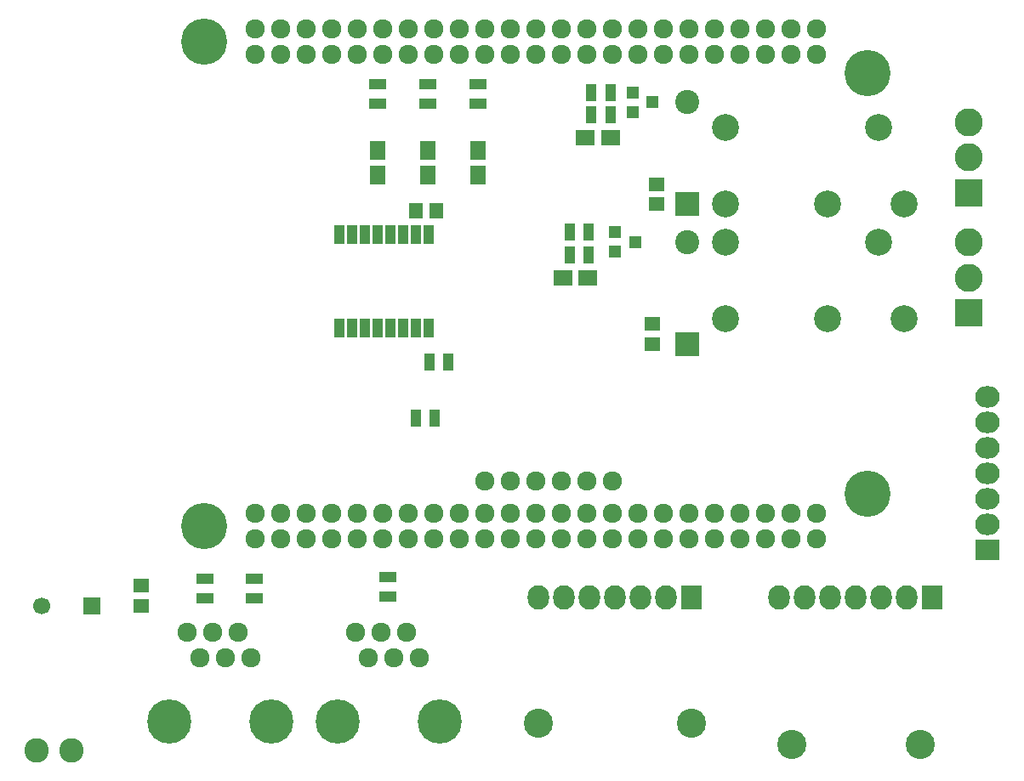
<source format=gts>
G04 #@! TF.FileFunction,Soldermask,Top*
%FSLAX46Y46*%
G04 Gerber Fmt 4.6, Leading zero omitted, Abs format (unit mm)*
G04 Created by KiCad (PCBNEW 4.0.2-stable) date 8/22/2016 2:14:48 PM*
%MOMM*%
G01*
G04 APERTURE LIST*
%ADD10C,0.100000*%
%ADD11C,2.686000*%
%ADD12R,1.700000X1.100000*%
%ADD13R,1.000000X1.900000*%
%ADD14R,2.127200X2.432000*%
%ADD15O,2.127200X2.432000*%
%ADD16C,2.800000*%
%ADD17R,2.800000X2.800000*%
%ADD18R,1.700000X1.700000*%
%ADD19C,1.700000*%
%ADD20R,1.400000X1.650000*%
%ADD21R,1.650000X1.400000*%
%ADD22C,2.398980*%
%ADD23R,2.398980X2.398980*%
%ADD24C,2.432000*%
%ADD25R,1.200100X1.200100*%
%ADD26R,1.100000X1.700000*%
%ADD27C,2.900000*%
%ADD28R,1.650000X1.900000*%
%ADD29R,1.900000X1.650000*%
%ADD30C,1.924000*%
%ADD31C,4.400000*%
%ADD32C,4.591000*%
%ADD33R,2.432000X2.127200*%
%ADD34O,2.432000X2.127200*%
G04 APERTURE END LIST*
D10*
D11*
X114610000Y-84180000D03*
X124770000Y-91800000D03*
X132390000Y-91800000D03*
X129850000Y-84180000D03*
X114610000Y-91800000D03*
D12*
X62800000Y-131050000D03*
X62800000Y-129150000D03*
X67700000Y-131050000D03*
X67700000Y-129150000D03*
X85000000Y-79850000D03*
X85000000Y-81750000D03*
D13*
X85090000Y-94840000D03*
X83820000Y-94840000D03*
X82550000Y-94840000D03*
X81280000Y-94840000D03*
X80010000Y-94840000D03*
X78740000Y-94840000D03*
X77470000Y-94840000D03*
X76200000Y-94840000D03*
X76200000Y-104140000D03*
X77470000Y-104140000D03*
X78740000Y-104140000D03*
X80010000Y-104140000D03*
X81280000Y-104140000D03*
X82550000Y-104140000D03*
X83820000Y-104140000D03*
X85090000Y-104140000D03*
D12*
X81000000Y-130850000D03*
X81000000Y-128950000D03*
D11*
X114610000Y-95550000D03*
X124770000Y-103170000D03*
X132390000Y-103170000D03*
X129850000Y-95550000D03*
X114610000Y-103170000D03*
D14*
X111240000Y-131000000D03*
D15*
X108700000Y-131000000D03*
X106160000Y-131000000D03*
X103620000Y-131000000D03*
X101080000Y-131000000D03*
X98540000Y-131000000D03*
X96000000Y-131000000D03*
D14*
X135240000Y-131000000D03*
D15*
X132700000Y-131000000D03*
X130160000Y-131000000D03*
X127620000Y-131000000D03*
X125080000Y-131000000D03*
X122540000Y-131000000D03*
X120000000Y-131000000D03*
D16*
X138820000Y-99120000D03*
X138820000Y-95620000D03*
D17*
X138820000Y-102620000D03*
D16*
X138820000Y-87130000D03*
X138820000Y-83630000D03*
D17*
X138820000Y-90630000D03*
D18*
X51580000Y-131820000D03*
D19*
X46580000Y-131820000D03*
D20*
X83830000Y-92430000D03*
X85830000Y-92430000D03*
D21*
X107390000Y-105730000D03*
X107390000Y-103730000D03*
X107790000Y-91810000D03*
X107790000Y-89810000D03*
D22*
X110827460Y-81650000D03*
D23*
X110827460Y-91810000D03*
D22*
X110827460Y-95560000D03*
D23*
X110827460Y-105720000D03*
D24*
X49557580Y-146190000D03*
X46060000Y-146190000D03*
D25*
X105369240Y-80690000D03*
X105369240Y-82590000D03*
X107368220Y-81640000D03*
X103629240Y-94600000D03*
X103629240Y-96500000D03*
X105628220Y-95550000D03*
D12*
X80000000Y-79850000D03*
X80000000Y-81750000D03*
X90000000Y-79850000D03*
X90000000Y-81750000D03*
D26*
X101280000Y-80690000D03*
X103180000Y-80690000D03*
X101280000Y-82910000D03*
X103180000Y-82910000D03*
X83810000Y-113110000D03*
X85710000Y-113110000D03*
X99110000Y-94590000D03*
X101010000Y-94590000D03*
X99110000Y-96810000D03*
X101010000Y-96810000D03*
X85130000Y-107490000D03*
X87030000Y-107490000D03*
D27*
X96000000Y-143500000D03*
X111240000Y-143500000D03*
X121240000Y-145600000D03*
X134000000Y-145600000D03*
D21*
X56440000Y-131820000D03*
X56440000Y-129820000D03*
D28*
X85000000Y-88900000D03*
X85000000Y-86400000D03*
X80010000Y-88900000D03*
X80010000Y-86400000D03*
X90000000Y-88900000D03*
X90000000Y-86400000D03*
D29*
X98460000Y-99140000D03*
X100960000Y-99140000D03*
X100680000Y-85160000D03*
X103180000Y-85160000D03*
D30*
X81608000Y-136980000D03*
X79068000Y-136980000D03*
X84148000Y-136980000D03*
X77798000Y-134440000D03*
X80338000Y-134440000D03*
X82878000Y-134440000D03*
D31*
X86180000Y-143330000D03*
X76020000Y-143330000D03*
D30*
X64878000Y-136980000D03*
X62338000Y-136980000D03*
X67418000Y-136980000D03*
X61068000Y-134440000D03*
X63608000Y-134440000D03*
X66148000Y-134440000D03*
D31*
X69450000Y-143330000D03*
X59290000Y-143330000D03*
D30*
X67785000Y-76835000D03*
X67785000Y-74295000D03*
X70325000Y-76835000D03*
X70325000Y-74295000D03*
X72865000Y-76835000D03*
X72865000Y-74295000D03*
X75405000Y-76835000D03*
X75405000Y-74295000D03*
X77945000Y-76835000D03*
X77945000Y-74295000D03*
X80485000Y-76835000D03*
X80485000Y-74295000D03*
X83025000Y-76835000D03*
X83025000Y-74295000D03*
X85565000Y-76835000D03*
X85565000Y-74295000D03*
X88105000Y-76835000D03*
X88105000Y-74295000D03*
X90645000Y-76835000D03*
X90645000Y-74295000D03*
X93185000Y-76835000D03*
X93185000Y-74295000D03*
X95725000Y-76835000D03*
X95725000Y-74295000D03*
X98265000Y-76835000D03*
X98265000Y-74295000D03*
X100805000Y-76835000D03*
X100805000Y-74295000D03*
X103345000Y-76835000D03*
X103345000Y-74295000D03*
X105885000Y-76835000D03*
X105885000Y-74295000D03*
X108425000Y-76835000D03*
X108425000Y-74295000D03*
X110965000Y-76835000D03*
X110965000Y-74295000D03*
X113505000Y-76835000D03*
X113505000Y-74295000D03*
X116045000Y-76835000D03*
X116045000Y-74295000D03*
X118585000Y-76835000D03*
X118585000Y-74295000D03*
X121125000Y-76835000D03*
X121125000Y-74295000D03*
X123665000Y-76835000D03*
X123665000Y-74295000D03*
X67785000Y-125095000D03*
X67785000Y-122555000D03*
X70325000Y-125095000D03*
X70325000Y-122555000D03*
X72865000Y-125095000D03*
X72865000Y-122555000D03*
X75405000Y-125095000D03*
X75405000Y-122555000D03*
X77945000Y-125095000D03*
X77945000Y-122555000D03*
X80485000Y-125095000D03*
X80485000Y-122555000D03*
X83025000Y-125095000D03*
X83025000Y-122555000D03*
X85565000Y-125095000D03*
X85565000Y-122555000D03*
X88105000Y-125095000D03*
X88105000Y-122555000D03*
X90645000Y-125095000D03*
X90645000Y-122555000D03*
X93185000Y-125095000D03*
X93185000Y-122555000D03*
X95725000Y-125095000D03*
X95725000Y-122555000D03*
X98265000Y-125095000D03*
X98265000Y-122555000D03*
X100805000Y-125095000D03*
X100805000Y-122555000D03*
X103345000Y-125095000D03*
X103345000Y-122555000D03*
X105885000Y-125095000D03*
X105885000Y-122555000D03*
X108425000Y-125095000D03*
X108425000Y-122555000D03*
X110965000Y-125095000D03*
X110965000Y-122555000D03*
X113505000Y-125095000D03*
X113505000Y-122555000D03*
X116045000Y-125095000D03*
X116045000Y-122555000D03*
X118585000Y-125095000D03*
X118585000Y-122555000D03*
X121125000Y-125095000D03*
X121125000Y-122555000D03*
X123665000Y-125095000D03*
X123665000Y-122555000D03*
X90645000Y-119380000D03*
X93185000Y-119380000D03*
X95725000Y-119380000D03*
X98265000Y-119380000D03*
X100805000Y-119380000D03*
X103345000Y-119380000D03*
D32*
X62705000Y-123825000D03*
X128745000Y-120650000D03*
X128745000Y-78740000D03*
X62705000Y-75565000D03*
D33*
X140740000Y-126230000D03*
D34*
X140740000Y-123690000D03*
X140740000Y-121150000D03*
X140740000Y-118610000D03*
X140740000Y-116070000D03*
X140740000Y-113530000D03*
X140740000Y-110990000D03*
M02*

</source>
